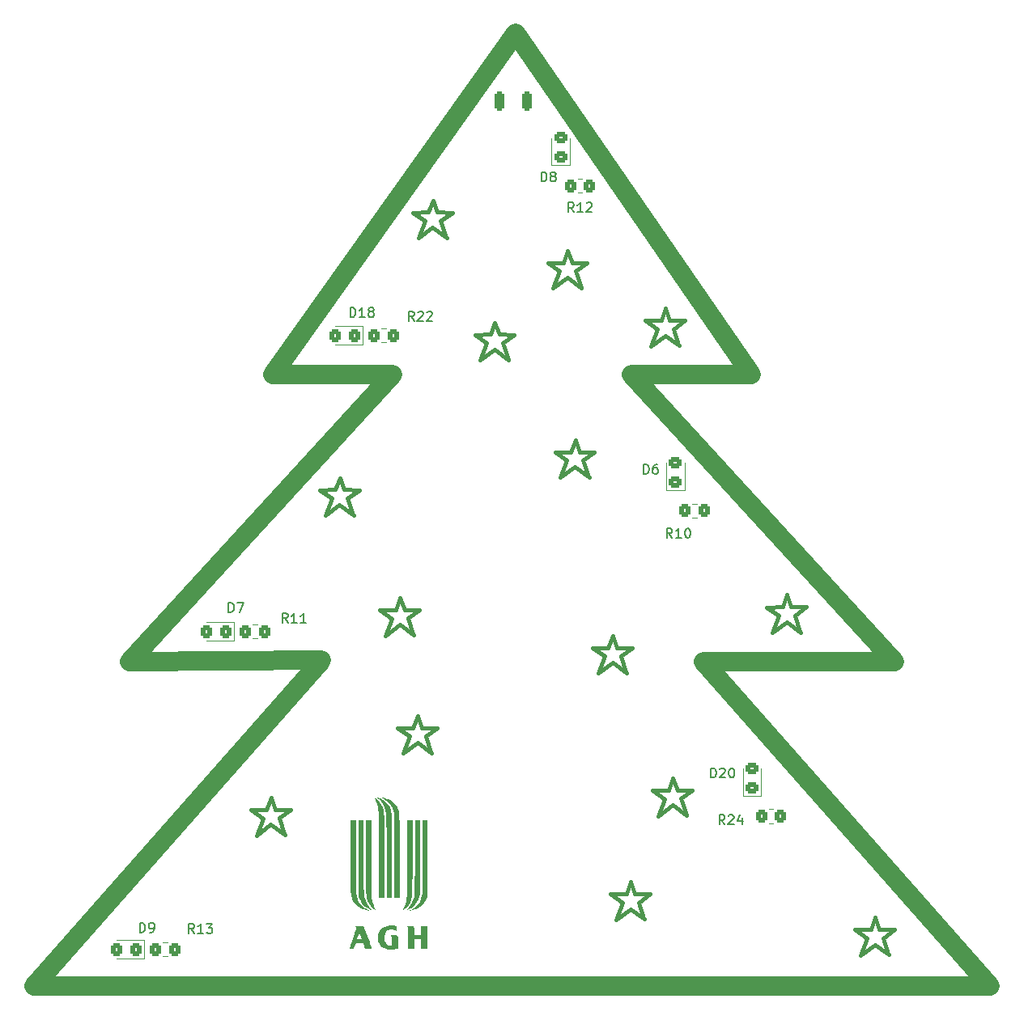
<source format=gto>
G04 #@! TF.GenerationSoftware,KiCad,Pcbnew,7.0.8*
G04 #@! TF.CreationDate,2024-10-12T14:27:05+02:00*
G04 #@! TF.ProjectId,PCB_Christmas_Tree,5043425f-4368-4726-9973-746d61735f54,rev?*
G04 #@! TF.SameCoordinates,Original*
G04 #@! TF.FileFunction,Legend,Top*
G04 #@! TF.FilePolarity,Positive*
%FSLAX46Y46*%
G04 Gerber Fmt 4.6, Leading zero omitted, Abs format (unit mm)*
G04 Created by KiCad (PCBNEW 7.0.8) date 2024-10-12 14:27:05*
%MOMM*%
%LPD*%
G01*
G04 APERTURE LIST*
G04 Aperture macros list*
%AMRoundRect*
0 Rectangle with rounded corners*
0 $1 Rounding radius*
0 $2 $3 $4 $5 $6 $7 $8 $9 X,Y pos of 4 corners*
0 Add a 4 corners polygon primitive as box body*
4,1,4,$2,$3,$4,$5,$6,$7,$8,$9,$2,$3,0*
0 Add four circle primitives for the rounded corners*
1,1,$1+$1,$2,$3*
1,1,$1+$1,$4,$5*
1,1,$1+$1,$6,$7*
1,1,$1+$1,$8,$9*
0 Add four rect primitives between the rounded corners*
20,1,$1+$1,$2,$3,$4,$5,0*
20,1,$1+$1,$4,$5,$6,$7,0*
20,1,$1+$1,$6,$7,$8,$9,0*
20,1,$1+$1,$8,$9,$2,$3,0*%
G04 Aperture macros list end*
%ADD10C,0.400000*%
%ADD11C,2.000000*%
%ADD12C,0.150000*%
%ADD13C,0.120000*%
%ADD14R,3.000000X2.000000*%
%ADD15RoundRect,0.250000X0.325000X0.450000X-0.325000X0.450000X-0.325000X-0.450000X0.325000X-0.450000X0*%
%ADD16RoundRect,0.250000X-0.350000X-0.450000X0.350000X-0.450000X0.350000X0.450000X-0.350000X0.450000X0*%
%ADD17RoundRect,0.250000X-0.250000X-0.750000X0.250000X-0.750000X0.250000X0.750000X-0.250000X0.750000X0*%
%ADD18RoundRect,0.250000X0.450000X-0.325000X0.450000X0.325000X-0.450000X0.325000X-0.450000X-0.325000X0*%
G04 APERTURE END LIST*
D10*
X123363000Y-102208000D02*
X125013000Y-102188000D01*
D11*
X116723000Y-107878000D02*
X146723000Y-141878000D01*
D10*
X126293000Y-103088000D02*
X126843000Y-104748000D01*
X126293000Y-103088000D02*
X127493000Y-102198000D01*
X104153000Y-86858000D02*
X105353000Y-85968000D01*
X113563000Y-120098000D02*
X114013000Y-121358000D01*
X109136000Y-130966000D02*
X108676000Y-132226000D01*
X132583000Y-135968000D02*
X134233000Y-135948000D01*
X95763000Y-74558000D02*
X96313000Y-76218000D01*
X103303000Y-87518000D02*
X104773000Y-88598000D01*
X89263000Y-61778000D02*
X90463000Y-60888000D01*
X72343000Y-124288000D02*
X72893000Y-125948000D01*
X85023000Y-101218000D02*
X84563000Y-102478000D01*
X102563000Y-64878000D02*
X102103000Y-66138000D01*
D11*
X71723000Y-77878000D02*
X84223000Y-77878000D01*
D10*
X115583000Y-121368000D02*
X114013000Y-121358000D01*
X111453000Y-121378000D02*
X112703000Y-122268000D01*
X94943000Y-72398000D02*
X94483000Y-73658000D01*
D12*
X97658000Y-43532000D02*
X95880000Y-43532000D01*
D10*
X113583000Y-73098000D02*
X114133000Y-74758000D01*
X87043000Y-102488000D02*
X85473000Y-102478000D01*
X92833000Y-73678000D02*
X94483000Y-73658000D01*
X87673000Y-115728000D02*
X88873000Y-114838000D01*
X85843000Y-103378000D02*
X87043000Y-102488000D01*
X86333000Y-60898000D02*
X87983000Y-60878000D01*
X69413000Y-123408000D02*
X70663000Y-124298000D01*
X102473000Y-86868000D02*
X101793000Y-88648000D01*
X85843000Y-103378000D02*
X86393000Y-105038000D01*
X88413000Y-62438000D02*
X89883000Y-63518000D01*
X112763000Y-70938000D02*
X112303000Y-72198000D01*
X134663000Y-137508000D02*
X133153000Y-138638000D01*
X84993000Y-104038000D02*
X83483000Y-105168000D01*
D11*
X146723000Y-141878000D02*
X46723000Y-141878000D01*
D10*
X111156000Y-132236000D02*
X109586000Y-132226000D01*
X79533000Y-90818000D02*
X80733000Y-89928000D01*
X88443000Y-59618000D02*
X87983000Y-60878000D01*
X84163000Y-103388000D02*
X83483000Y-105168000D01*
X107223000Y-107998000D02*
X108693000Y-109078000D01*
X94913000Y-75218000D02*
X96383000Y-76298000D01*
X105143000Y-106458000D02*
X106393000Y-107348000D01*
X109956000Y-133126000D02*
X111156000Y-132236000D01*
X103383000Y-67038000D02*
X104583000Y-66148000D01*
X134693000Y-134688000D02*
X134233000Y-135948000D01*
X88873000Y-114838000D02*
X87303000Y-114828000D01*
X112733000Y-73758000D02*
X114203000Y-74838000D01*
X86823000Y-116388000D02*
X88293000Y-117468000D01*
X114783000Y-72208000D02*
X113213000Y-72198000D01*
X127493000Y-102198000D02*
X125923000Y-102188000D01*
X71493000Y-124948000D02*
X72963000Y-126028000D01*
X96963000Y-73668000D02*
X95393000Y-73658000D01*
X94943000Y-72398000D02*
X95393000Y-73658000D01*
X88413000Y-62438000D02*
X86903000Y-63568000D01*
X87583000Y-61788000D02*
X86903000Y-63568000D01*
X124613000Y-103098000D02*
X123933000Y-104878000D01*
X106393000Y-107348000D02*
X105713000Y-109128000D01*
X108073000Y-107338000D02*
X108623000Y-108998000D01*
X82913000Y-102498000D02*
X84563000Y-102478000D01*
X100453000Y-66158000D02*
X102103000Y-66138000D01*
X104583000Y-66148000D02*
X103013000Y-66138000D01*
X78713000Y-88658000D02*
X78253000Y-89918000D01*
X84993000Y-104038000D02*
X86463000Y-105118000D01*
X78683000Y-91478000D02*
X80153000Y-92558000D01*
X85993000Y-115738000D02*
X85313000Y-117518000D01*
X112703000Y-122268000D02*
X112023000Y-124048000D01*
X104153000Y-86858000D02*
X104703000Y-88518000D01*
X113583000Y-73098000D02*
X114783000Y-72208000D01*
X72343000Y-124288000D02*
X73543000Y-123398000D01*
X76603000Y-89938000D02*
X78253000Y-89918000D01*
X101223000Y-85978000D02*
X102473000Y-86868000D01*
X94083000Y-74568000D02*
X93403000Y-76348000D01*
X114383000Y-122258000D02*
X114933000Y-123918000D01*
X89263000Y-61778000D02*
X89813000Y-63438000D01*
X88443000Y-59618000D02*
X88893000Y-60878000D01*
X103333000Y-84698000D02*
X102873000Y-85958000D01*
X113563000Y-120098000D02*
X113103000Y-121358000D01*
X132583000Y-135968000D02*
X133833000Y-136858000D01*
X112763000Y-70938000D02*
X113213000Y-72198000D01*
X102533000Y-67698000D02*
X104003000Y-68778000D01*
X92833000Y-73678000D02*
X94083000Y-74568000D01*
X103303000Y-87518000D02*
X101793000Y-88648000D01*
X73543000Y-123398000D02*
X71973000Y-123388000D01*
X134693000Y-134688000D02*
X135143000Y-135948000D01*
X125473000Y-100928000D02*
X125013000Y-102188000D01*
X71523000Y-122128000D02*
X71063000Y-123388000D01*
D11*
X97108000Y-42163000D02*
X121723000Y-77878000D01*
D10*
X84743000Y-114848000D02*
X86393000Y-114828000D01*
X90463000Y-60888000D02*
X88893000Y-60878000D01*
X103383000Y-67038000D02*
X103933000Y-68698000D01*
X94913000Y-75218000D02*
X93403000Y-76348000D01*
X109106000Y-133786000D02*
X110576000Y-134866000D01*
X133833000Y-136858000D02*
X133153000Y-138638000D01*
X108276000Y-133136000D02*
X107596000Y-134916000D01*
X125473000Y-100928000D02*
X125923000Y-102188000D01*
X107223000Y-107998000D02*
X105713000Y-109128000D01*
X112733000Y-73758000D02*
X111223000Y-74888000D01*
D11*
X136723000Y-107878000D02*
X116723000Y-107878000D01*
D10*
X78683000Y-91478000D02*
X77173000Y-92608000D01*
X109273000Y-106448000D02*
X107703000Y-106438000D01*
X109106000Y-133786000D02*
X107596000Y-134916000D01*
X134663000Y-137508000D02*
X136133000Y-138588000D01*
X87673000Y-115728000D02*
X88223000Y-117388000D01*
D11*
X76723000Y-107878000D02*
X46723000Y-141878000D01*
D10*
X135513000Y-136848000D02*
X136713000Y-135958000D01*
X111453000Y-121378000D02*
X113103000Y-121358000D01*
X136713000Y-135958000D02*
X135143000Y-135948000D01*
X86823000Y-116388000D02*
X85313000Y-117518000D01*
X125443000Y-103748000D02*
X126913000Y-104828000D01*
X70663000Y-124298000D02*
X69983000Y-126078000D01*
D11*
X109223000Y-77878000D02*
X136723000Y-107878000D01*
D10*
X109136000Y-130966000D02*
X109586000Y-132226000D01*
X108073000Y-107338000D02*
X109273000Y-106448000D01*
X86853000Y-113568000D02*
X86393000Y-114828000D01*
D11*
X97108000Y-42163000D02*
X71723000Y-77878000D01*
D10*
X107026000Y-132246000D02*
X108676000Y-132226000D01*
X86853000Y-113568000D02*
X87303000Y-114828000D01*
X105143000Y-106458000D02*
X106793000Y-106438000D01*
X110653000Y-72218000D02*
X111903000Y-73108000D01*
X71493000Y-124948000D02*
X69983000Y-126078000D01*
X101223000Y-85978000D02*
X102873000Y-85958000D01*
X76603000Y-89938000D02*
X77853000Y-90828000D01*
X69413000Y-123408000D02*
X71063000Y-123388000D01*
X86333000Y-60898000D02*
X87583000Y-61788000D01*
D11*
X84223000Y-77878000D02*
X56723000Y-107878000D01*
D10*
X95763000Y-74558000D02*
X96963000Y-73668000D01*
X85023000Y-101218000D02*
X85473000Y-102478000D01*
X109956000Y-133126000D02*
X110506000Y-134786000D01*
X71523000Y-122128000D02*
X71973000Y-123388000D01*
X102563000Y-64878000D02*
X103013000Y-66138000D01*
X103333000Y-84698000D02*
X103783000Y-85958000D01*
X135513000Y-136848000D02*
X136063000Y-138508000D01*
X102533000Y-67698000D02*
X101023000Y-68828000D01*
X105353000Y-85968000D02*
X103783000Y-85958000D01*
X82913000Y-102498000D02*
X84163000Y-103388000D01*
D11*
X109223000Y-77878000D02*
X121723000Y-77878000D01*
D10*
X111903000Y-73108000D02*
X111223000Y-74888000D01*
X78713000Y-88658000D02*
X79163000Y-89918000D01*
X110653000Y-72218000D02*
X112303000Y-72198000D01*
X125443000Y-103748000D02*
X123933000Y-104878000D01*
X77853000Y-90828000D02*
X77173000Y-92608000D01*
X107253000Y-105178000D02*
X106793000Y-106438000D01*
X79533000Y-90818000D02*
X80083000Y-92478000D01*
X101703000Y-67048000D02*
X101023000Y-68828000D01*
X113533000Y-122918000D02*
X112023000Y-124048000D01*
X107253000Y-105178000D02*
X107703000Y-106438000D01*
X123363000Y-102208000D02*
X124613000Y-103098000D01*
X114383000Y-122258000D02*
X115583000Y-121368000D01*
X113533000Y-122918000D02*
X115003000Y-123998000D01*
D11*
X76743000Y-107758000D02*
X56723000Y-107878000D01*
D10*
X100453000Y-66158000D02*
X101703000Y-67048000D01*
X107026000Y-132246000D02*
X108276000Y-133136000D01*
X80733000Y-89928000D02*
X79163000Y-89918000D01*
X84743000Y-114848000D02*
X85993000Y-115738000D01*
D12*
X57784905Y-136252819D02*
X57784905Y-135252819D01*
X57784905Y-135252819D02*
X58023000Y-135252819D01*
X58023000Y-135252819D02*
X58165857Y-135300438D01*
X58165857Y-135300438D02*
X58261095Y-135395676D01*
X58261095Y-135395676D02*
X58308714Y-135490914D01*
X58308714Y-135490914D02*
X58356333Y-135681390D01*
X58356333Y-135681390D02*
X58356333Y-135824247D01*
X58356333Y-135824247D02*
X58308714Y-136014723D01*
X58308714Y-136014723D02*
X58261095Y-136109961D01*
X58261095Y-136109961D02*
X58165857Y-136205200D01*
X58165857Y-136205200D02*
X58023000Y-136252819D01*
X58023000Y-136252819D02*
X57784905Y-136252819D01*
X58832524Y-136252819D02*
X59023000Y-136252819D01*
X59023000Y-136252819D02*
X59118238Y-136205200D01*
X59118238Y-136205200D02*
X59165857Y-136157580D01*
X59165857Y-136157580D02*
X59261095Y-136014723D01*
X59261095Y-136014723D02*
X59308714Y-135824247D01*
X59308714Y-135824247D02*
X59308714Y-135443295D01*
X59308714Y-135443295D02*
X59261095Y-135348057D01*
X59261095Y-135348057D02*
X59213476Y-135300438D01*
X59213476Y-135300438D02*
X59118238Y-135252819D01*
X59118238Y-135252819D02*
X58927762Y-135252819D01*
X58927762Y-135252819D02*
X58832524Y-135300438D01*
X58832524Y-135300438D02*
X58784905Y-135348057D01*
X58784905Y-135348057D02*
X58737286Y-135443295D01*
X58737286Y-135443295D02*
X58737286Y-135681390D01*
X58737286Y-135681390D02*
X58784905Y-135776628D01*
X58784905Y-135776628D02*
X58832524Y-135824247D01*
X58832524Y-135824247D02*
X58927762Y-135871866D01*
X58927762Y-135871866D02*
X59118238Y-135871866D01*
X59118238Y-135871866D02*
X59213476Y-135824247D01*
X59213476Y-135824247D02*
X59261095Y-135776628D01*
X59261095Y-135776628D02*
X59308714Y-135681390D01*
X103180142Y-60852819D02*
X102846809Y-60376628D01*
X102608714Y-60852819D02*
X102608714Y-59852819D01*
X102608714Y-59852819D02*
X102989666Y-59852819D01*
X102989666Y-59852819D02*
X103084904Y-59900438D01*
X103084904Y-59900438D02*
X103132523Y-59948057D01*
X103132523Y-59948057D02*
X103180142Y-60043295D01*
X103180142Y-60043295D02*
X103180142Y-60186152D01*
X103180142Y-60186152D02*
X103132523Y-60281390D01*
X103132523Y-60281390D02*
X103084904Y-60329009D01*
X103084904Y-60329009D02*
X102989666Y-60376628D01*
X102989666Y-60376628D02*
X102608714Y-60376628D01*
X104132523Y-60852819D02*
X103561095Y-60852819D01*
X103846809Y-60852819D02*
X103846809Y-59852819D01*
X103846809Y-59852819D02*
X103751571Y-59995676D01*
X103751571Y-59995676D02*
X103656333Y-60090914D01*
X103656333Y-60090914D02*
X103561095Y-60138533D01*
X104513476Y-59948057D02*
X104561095Y-59900438D01*
X104561095Y-59900438D02*
X104656333Y-59852819D01*
X104656333Y-59852819D02*
X104894428Y-59852819D01*
X104894428Y-59852819D02*
X104989666Y-59900438D01*
X104989666Y-59900438D02*
X105037285Y-59948057D01*
X105037285Y-59948057D02*
X105084904Y-60043295D01*
X105084904Y-60043295D02*
X105084904Y-60138533D01*
X105084904Y-60138533D02*
X105037285Y-60281390D01*
X105037285Y-60281390D02*
X104465857Y-60852819D01*
X104465857Y-60852819D02*
X105084904Y-60852819D01*
X117508714Y-120052819D02*
X117508714Y-119052819D01*
X117508714Y-119052819D02*
X117746809Y-119052819D01*
X117746809Y-119052819D02*
X117889666Y-119100438D01*
X117889666Y-119100438D02*
X117984904Y-119195676D01*
X117984904Y-119195676D02*
X118032523Y-119290914D01*
X118032523Y-119290914D02*
X118080142Y-119481390D01*
X118080142Y-119481390D02*
X118080142Y-119624247D01*
X118080142Y-119624247D02*
X118032523Y-119814723D01*
X118032523Y-119814723D02*
X117984904Y-119909961D01*
X117984904Y-119909961D02*
X117889666Y-120005200D01*
X117889666Y-120005200D02*
X117746809Y-120052819D01*
X117746809Y-120052819D02*
X117508714Y-120052819D01*
X118461095Y-119148057D02*
X118508714Y-119100438D01*
X118508714Y-119100438D02*
X118603952Y-119052819D01*
X118603952Y-119052819D02*
X118842047Y-119052819D01*
X118842047Y-119052819D02*
X118937285Y-119100438D01*
X118937285Y-119100438D02*
X118984904Y-119148057D01*
X118984904Y-119148057D02*
X119032523Y-119243295D01*
X119032523Y-119243295D02*
X119032523Y-119338533D01*
X119032523Y-119338533D02*
X118984904Y-119481390D01*
X118984904Y-119481390D02*
X118413476Y-120052819D01*
X118413476Y-120052819D02*
X119032523Y-120052819D01*
X119651571Y-119052819D02*
X119746809Y-119052819D01*
X119746809Y-119052819D02*
X119842047Y-119100438D01*
X119842047Y-119100438D02*
X119889666Y-119148057D01*
X119889666Y-119148057D02*
X119937285Y-119243295D01*
X119937285Y-119243295D02*
X119984904Y-119433771D01*
X119984904Y-119433771D02*
X119984904Y-119671866D01*
X119984904Y-119671866D02*
X119937285Y-119862342D01*
X119937285Y-119862342D02*
X119889666Y-119957580D01*
X119889666Y-119957580D02*
X119842047Y-120005200D01*
X119842047Y-120005200D02*
X119746809Y-120052819D01*
X119746809Y-120052819D02*
X119651571Y-120052819D01*
X119651571Y-120052819D02*
X119556333Y-120005200D01*
X119556333Y-120005200D02*
X119508714Y-119957580D01*
X119508714Y-119957580D02*
X119461095Y-119862342D01*
X119461095Y-119862342D02*
X119413476Y-119671866D01*
X119413476Y-119671866D02*
X119413476Y-119433771D01*
X119413476Y-119433771D02*
X119461095Y-119243295D01*
X119461095Y-119243295D02*
X119508714Y-119148057D01*
X119508714Y-119148057D02*
X119556333Y-119100438D01*
X119556333Y-119100438D02*
X119651571Y-119052819D01*
X110484905Y-88252819D02*
X110484905Y-87252819D01*
X110484905Y-87252819D02*
X110723000Y-87252819D01*
X110723000Y-87252819D02*
X110865857Y-87300438D01*
X110865857Y-87300438D02*
X110961095Y-87395676D01*
X110961095Y-87395676D02*
X111008714Y-87490914D01*
X111008714Y-87490914D02*
X111056333Y-87681390D01*
X111056333Y-87681390D02*
X111056333Y-87824247D01*
X111056333Y-87824247D02*
X111008714Y-88014723D01*
X111008714Y-88014723D02*
X110961095Y-88109961D01*
X110961095Y-88109961D02*
X110865857Y-88205200D01*
X110865857Y-88205200D02*
X110723000Y-88252819D01*
X110723000Y-88252819D02*
X110484905Y-88252819D01*
X111913476Y-87252819D02*
X111723000Y-87252819D01*
X111723000Y-87252819D02*
X111627762Y-87300438D01*
X111627762Y-87300438D02*
X111580143Y-87348057D01*
X111580143Y-87348057D02*
X111484905Y-87490914D01*
X111484905Y-87490914D02*
X111437286Y-87681390D01*
X111437286Y-87681390D02*
X111437286Y-88062342D01*
X111437286Y-88062342D02*
X111484905Y-88157580D01*
X111484905Y-88157580D02*
X111532524Y-88205200D01*
X111532524Y-88205200D02*
X111627762Y-88252819D01*
X111627762Y-88252819D02*
X111818238Y-88252819D01*
X111818238Y-88252819D02*
X111913476Y-88205200D01*
X111913476Y-88205200D02*
X111961095Y-88157580D01*
X111961095Y-88157580D02*
X112008714Y-88062342D01*
X112008714Y-88062342D02*
X112008714Y-87824247D01*
X112008714Y-87824247D02*
X111961095Y-87729009D01*
X111961095Y-87729009D02*
X111913476Y-87681390D01*
X111913476Y-87681390D02*
X111818238Y-87633771D01*
X111818238Y-87633771D02*
X111627762Y-87633771D01*
X111627762Y-87633771D02*
X111532524Y-87681390D01*
X111532524Y-87681390D02*
X111484905Y-87729009D01*
X111484905Y-87729009D02*
X111437286Y-87824247D01*
X118980142Y-124952819D02*
X118646809Y-124476628D01*
X118408714Y-124952819D02*
X118408714Y-123952819D01*
X118408714Y-123952819D02*
X118789666Y-123952819D01*
X118789666Y-123952819D02*
X118884904Y-124000438D01*
X118884904Y-124000438D02*
X118932523Y-124048057D01*
X118932523Y-124048057D02*
X118980142Y-124143295D01*
X118980142Y-124143295D02*
X118980142Y-124286152D01*
X118980142Y-124286152D02*
X118932523Y-124381390D01*
X118932523Y-124381390D02*
X118884904Y-124429009D01*
X118884904Y-124429009D02*
X118789666Y-124476628D01*
X118789666Y-124476628D02*
X118408714Y-124476628D01*
X119361095Y-124048057D02*
X119408714Y-124000438D01*
X119408714Y-124000438D02*
X119503952Y-123952819D01*
X119503952Y-123952819D02*
X119742047Y-123952819D01*
X119742047Y-123952819D02*
X119837285Y-124000438D01*
X119837285Y-124000438D02*
X119884904Y-124048057D01*
X119884904Y-124048057D02*
X119932523Y-124143295D01*
X119932523Y-124143295D02*
X119932523Y-124238533D01*
X119932523Y-124238533D02*
X119884904Y-124381390D01*
X119884904Y-124381390D02*
X119313476Y-124952819D01*
X119313476Y-124952819D02*
X119932523Y-124952819D01*
X120789666Y-124286152D02*
X120789666Y-124952819D01*
X120551571Y-123905200D02*
X120313476Y-124619485D01*
X120313476Y-124619485D02*
X120932523Y-124619485D01*
X67074905Y-102752819D02*
X67074905Y-101752819D01*
X67074905Y-101752819D02*
X67313000Y-101752819D01*
X67313000Y-101752819D02*
X67455857Y-101800438D01*
X67455857Y-101800438D02*
X67551095Y-101895676D01*
X67551095Y-101895676D02*
X67598714Y-101990914D01*
X67598714Y-101990914D02*
X67646333Y-102181390D01*
X67646333Y-102181390D02*
X67646333Y-102324247D01*
X67646333Y-102324247D02*
X67598714Y-102514723D01*
X67598714Y-102514723D02*
X67551095Y-102609961D01*
X67551095Y-102609961D02*
X67455857Y-102705200D01*
X67455857Y-102705200D02*
X67313000Y-102752819D01*
X67313000Y-102752819D02*
X67074905Y-102752819D01*
X67979667Y-101752819D02*
X68646333Y-101752819D01*
X68646333Y-101752819D02*
X68217762Y-102752819D01*
X79808714Y-71852819D02*
X79808714Y-70852819D01*
X79808714Y-70852819D02*
X80046809Y-70852819D01*
X80046809Y-70852819D02*
X80189666Y-70900438D01*
X80189666Y-70900438D02*
X80284904Y-70995676D01*
X80284904Y-70995676D02*
X80332523Y-71090914D01*
X80332523Y-71090914D02*
X80380142Y-71281390D01*
X80380142Y-71281390D02*
X80380142Y-71424247D01*
X80380142Y-71424247D02*
X80332523Y-71614723D01*
X80332523Y-71614723D02*
X80284904Y-71709961D01*
X80284904Y-71709961D02*
X80189666Y-71805200D01*
X80189666Y-71805200D02*
X80046809Y-71852819D01*
X80046809Y-71852819D02*
X79808714Y-71852819D01*
X81332523Y-71852819D02*
X80761095Y-71852819D01*
X81046809Y-71852819D02*
X81046809Y-70852819D01*
X81046809Y-70852819D02*
X80951571Y-70995676D01*
X80951571Y-70995676D02*
X80856333Y-71090914D01*
X80856333Y-71090914D02*
X80761095Y-71138533D01*
X81903952Y-71281390D02*
X81808714Y-71233771D01*
X81808714Y-71233771D02*
X81761095Y-71186152D01*
X81761095Y-71186152D02*
X81713476Y-71090914D01*
X81713476Y-71090914D02*
X81713476Y-71043295D01*
X81713476Y-71043295D02*
X81761095Y-70948057D01*
X81761095Y-70948057D02*
X81808714Y-70900438D01*
X81808714Y-70900438D02*
X81903952Y-70852819D01*
X81903952Y-70852819D02*
X82094428Y-70852819D01*
X82094428Y-70852819D02*
X82189666Y-70900438D01*
X82189666Y-70900438D02*
X82237285Y-70948057D01*
X82237285Y-70948057D02*
X82284904Y-71043295D01*
X82284904Y-71043295D02*
X82284904Y-71090914D01*
X82284904Y-71090914D02*
X82237285Y-71186152D01*
X82237285Y-71186152D02*
X82189666Y-71233771D01*
X82189666Y-71233771D02*
X82094428Y-71281390D01*
X82094428Y-71281390D02*
X81903952Y-71281390D01*
X81903952Y-71281390D02*
X81808714Y-71329009D01*
X81808714Y-71329009D02*
X81761095Y-71376628D01*
X81761095Y-71376628D02*
X81713476Y-71471866D01*
X81713476Y-71471866D02*
X81713476Y-71662342D01*
X81713476Y-71662342D02*
X81761095Y-71757580D01*
X81761095Y-71757580D02*
X81808714Y-71805200D01*
X81808714Y-71805200D02*
X81903952Y-71852819D01*
X81903952Y-71852819D02*
X82094428Y-71852819D01*
X82094428Y-71852819D02*
X82189666Y-71805200D01*
X82189666Y-71805200D02*
X82237285Y-71757580D01*
X82237285Y-71757580D02*
X82284904Y-71662342D01*
X82284904Y-71662342D02*
X82284904Y-71471866D01*
X82284904Y-71471866D02*
X82237285Y-71376628D01*
X82237285Y-71376628D02*
X82189666Y-71329009D01*
X82189666Y-71329009D02*
X82094428Y-71281390D01*
X113480142Y-94952819D02*
X113146809Y-94476628D01*
X112908714Y-94952819D02*
X112908714Y-93952819D01*
X112908714Y-93952819D02*
X113289666Y-93952819D01*
X113289666Y-93952819D02*
X113384904Y-94000438D01*
X113384904Y-94000438D02*
X113432523Y-94048057D01*
X113432523Y-94048057D02*
X113480142Y-94143295D01*
X113480142Y-94143295D02*
X113480142Y-94286152D01*
X113480142Y-94286152D02*
X113432523Y-94381390D01*
X113432523Y-94381390D02*
X113384904Y-94429009D01*
X113384904Y-94429009D02*
X113289666Y-94476628D01*
X113289666Y-94476628D02*
X112908714Y-94476628D01*
X114432523Y-94952819D02*
X113861095Y-94952819D01*
X114146809Y-94952819D02*
X114146809Y-93952819D01*
X114146809Y-93952819D02*
X114051571Y-94095676D01*
X114051571Y-94095676D02*
X113956333Y-94190914D01*
X113956333Y-94190914D02*
X113861095Y-94238533D01*
X115051571Y-93952819D02*
X115146809Y-93952819D01*
X115146809Y-93952819D02*
X115242047Y-94000438D01*
X115242047Y-94000438D02*
X115289666Y-94048057D01*
X115289666Y-94048057D02*
X115337285Y-94143295D01*
X115337285Y-94143295D02*
X115384904Y-94333771D01*
X115384904Y-94333771D02*
X115384904Y-94571866D01*
X115384904Y-94571866D02*
X115337285Y-94762342D01*
X115337285Y-94762342D02*
X115289666Y-94857580D01*
X115289666Y-94857580D02*
X115242047Y-94905200D01*
X115242047Y-94905200D02*
X115146809Y-94952819D01*
X115146809Y-94952819D02*
X115051571Y-94952819D01*
X115051571Y-94952819D02*
X114956333Y-94905200D01*
X114956333Y-94905200D02*
X114908714Y-94857580D01*
X114908714Y-94857580D02*
X114861095Y-94762342D01*
X114861095Y-94762342D02*
X114813476Y-94571866D01*
X114813476Y-94571866D02*
X114813476Y-94333771D01*
X114813476Y-94333771D02*
X114861095Y-94143295D01*
X114861095Y-94143295D02*
X114908714Y-94048057D01*
X114908714Y-94048057D02*
X114956333Y-94000438D01*
X114956333Y-94000438D02*
X115051571Y-93952819D01*
X63480142Y-136352819D02*
X63146809Y-135876628D01*
X62908714Y-136352819D02*
X62908714Y-135352819D01*
X62908714Y-135352819D02*
X63289666Y-135352819D01*
X63289666Y-135352819D02*
X63384904Y-135400438D01*
X63384904Y-135400438D02*
X63432523Y-135448057D01*
X63432523Y-135448057D02*
X63480142Y-135543295D01*
X63480142Y-135543295D02*
X63480142Y-135686152D01*
X63480142Y-135686152D02*
X63432523Y-135781390D01*
X63432523Y-135781390D02*
X63384904Y-135829009D01*
X63384904Y-135829009D02*
X63289666Y-135876628D01*
X63289666Y-135876628D02*
X62908714Y-135876628D01*
X64432523Y-136352819D02*
X63861095Y-136352819D01*
X64146809Y-136352819D02*
X64146809Y-135352819D01*
X64146809Y-135352819D02*
X64051571Y-135495676D01*
X64051571Y-135495676D02*
X63956333Y-135590914D01*
X63956333Y-135590914D02*
X63861095Y-135638533D01*
X64765857Y-135352819D02*
X65384904Y-135352819D01*
X65384904Y-135352819D02*
X65051571Y-135733771D01*
X65051571Y-135733771D02*
X65194428Y-135733771D01*
X65194428Y-135733771D02*
X65289666Y-135781390D01*
X65289666Y-135781390D02*
X65337285Y-135829009D01*
X65337285Y-135829009D02*
X65384904Y-135924247D01*
X65384904Y-135924247D02*
X65384904Y-136162342D01*
X65384904Y-136162342D02*
X65337285Y-136257580D01*
X65337285Y-136257580D02*
X65289666Y-136305200D01*
X65289666Y-136305200D02*
X65194428Y-136352819D01*
X65194428Y-136352819D02*
X64908714Y-136352819D01*
X64908714Y-136352819D02*
X64813476Y-136305200D01*
X64813476Y-136305200D02*
X64765857Y-136257580D01*
X86480142Y-72252819D02*
X86146809Y-71776628D01*
X85908714Y-72252819D02*
X85908714Y-71252819D01*
X85908714Y-71252819D02*
X86289666Y-71252819D01*
X86289666Y-71252819D02*
X86384904Y-71300438D01*
X86384904Y-71300438D02*
X86432523Y-71348057D01*
X86432523Y-71348057D02*
X86480142Y-71443295D01*
X86480142Y-71443295D02*
X86480142Y-71586152D01*
X86480142Y-71586152D02*
X86432523Y-71681390D01*
X86432523Y-71681390D02*
X86384904Y-71729009D01*
X86384904Y-71729009D02*
X86289666Y-71776628D01*
X86289666Y-71776628D02*
X85908714Y-71776628D01*
X86861095Y-71348057D02*
X86908714Y-71300438D01*
X86908714Y-71300438D02*
X87003952Y-71252819D01*
X87003952Y-71252819D02*
X87242047Y-71252819D01*
X87242047Y-71252819D02*
X87337285Y-71300438D01*
X87337285Y-71300438D02*
X87384904Y-71348057D01*
X87384904Y-71348057D02*
X87432523Y-71443295D01*
X87432523Y-71443295D02*
X87432523Y-71538533D01*
X87432523Y-71538533D02*
X87384904Y-71681390D01*
X87384904Y-71681390D02*
X86813476Y-72252819D01*
X86813476Y-72252819D02*
X87432523Y-72252819D01*
X87813476Y-71348057D02*
X87861095Y-71300438D01*
X87861095Y-71300438D02*
X87956333Y-71252819D01*
X87956333Y-71252819D02*
X88194428Y-71252819D01*
X88194428Y-71252819D02*
X88289666Y-71300438D01*
X88289666Y-71300438D02*
X88337285Y-71348057D01*
X88337285Y-71348057D02*
X88384904Y-71443295D01*
X88384904Y-71443295D02*
X88384904Y-71538533D01*
X88384904Y-71538533D02*
X88337285Y-71681390D01*
X88337285Y-71681390D02*
X87765857Y-72252819D01*
X87765857Y-72252819D02*
X88384904Y-72252819D01*
X73280142Y-103852819D02*
X72946809Y-103376628D01*
X72708714Y-103852819D02*
X72708714Y-102852819D01*
X72708714Y-102852819D02*
X73089666Y-102852819D01*
X73089666Y-102852819D02*
X73184904Y-102900438D01*
X73184904Y-102900438D02*
X73232523Y-102948057D01*
X73232523Y-102948057D02*
X73280142Y-103043295D01*
X73280142Y-103043295D02*
X73280142Y-103186152D01*
X73280142Y-103186152D02*
X73232523Y-103281390D01*
X73232523Y-103281390D02*
X73184904Y-103329009D01*
X73184904Y-103329009D02*
X73089666Y-103376628D01*
X73089666Y-103376628D02*
X72708714Y-103376628D01*
X74232523Y-103852819D02*
X73661095Y-103852819D01*
X73946809Y-103852819D02*
X73946809Y-102852819D01*
X73946809Y-102852819D02*
X73851571Y-102995676D01*
X73851571Y-102995676D02*
X73756333Y-103090914D01*
X73756333Y-103090914D02*
X73661095Y-103138533D01*
X75184904Y-103852819D02*
X74613476Y-103852819D01*
X74899190Y-103852819D02*
X74899190Y-102852819D01*
X74899190Y-102852819D02*
X74803952Y-102995676D01*
X74803952Y-102995676D02*
X74708714Y-103090914D01*
X74708714Y-103090914D02*
X74613476Y-103138533D01*
X99784905Y-57652819D02*
X99784905Y-56652819D01*
X99784905Y-56652819D02*
X100023000Y-56652819D01*
X100023000Y-56652819D02*
X100165857Y-56700438D01*
X100165857Y-56700438D02*
X100261095Y-56795676D01*
X100261095Y-56795676D02*
X100308714Y-56890914D01*
X100308714Y-56890914D02*
X100356333Y-57081390D01*
X100356333Y-57081390D02*
X100356333Y-57224247D01*
X100356333Y-57224247D02*
X100308714Y-57414723D01*
X100308714Y-57414723D02*
X100261095Y-57509961D01*
X100261095Y-57509961D02*
X100165857Y-57605200D01*
X100165857Y-57605200D02*
X100023000Y-57652819D01*
X100023000Y-57652819D02*
X99784905Y-57652819D01*
X100927762Y-57081390D02*
X100832524Y-57033771D01*
X100832524Y-57033771D02*
X100784905Y-56986152D01*
X100784905Y-56986152D02*
X100737286Y-56890914D01*
X100737286Y-56890914D02*
X100737286Y-56843295D01*
X100737286Y-56843295D02*
X100784905Y-56748057D01*
X100784905Y-56748057D02*
X100832524Y-56700438D01*
X100832524Y-56700438D02*
X100927762Y-56652819D01*
X100927762Y-56652819D02*
X101118238Y-56652819D01*
X101118238Y-56652819D02*
X101213476Y-56700438D01*
X101213476Y-56700438D02*
X101261095Y-56748057D01*
X101261095Y-56748057D02*
X101308714Y-56843295D01*
X101308714Y-56843295D02*
X101308714Y-56890914D01*
X101308714Y-56890914D02*
X101261095Y-56986152D01*
X101261095Y-56986152D02*
X101213476Y-57033771D01*
X101213476Y-57033771D02*
X101118238Y-57081390D01*
X101118238Y-57081390D02*
X100927762Y-57081390D01*
X100927762Y-57081390D02*
X100832524Y-57129009D01*
X100832524Y-57129009D02*
X100784905Y-57176628D01*
X100784905Y-57176628D02*
X100737286Y-57271866D01*
X100737286Y-57271866D02*
X100737286Y-57462342D01*
X100737286Y-57462342D02*
X100784905Y-57557580D01*
X100784905Y-57557580D02*
X100832524Y-57605200D01*
X100832524Y-57605200D02*
X100927762Y-57652819D01*
X100927762Y-57652819D02*
X101118238Y-57652819D01*
X101118238Y-57652819D02*
X101213476Y-57605200D01*
X101213476Y-57605200D02*
X101261095Y-57557580D01*
X101261095Y-57557580D02*
X101308714Y-57462342D01*
X101308714Y-57462342D02*
X101308714Y-57271866D01*
X101308714Y-57271866D02*
X101261095Y-57176628D01*
X101261095Y-57176628D02*
X101213476Y-57129009D01*
X101213476Y-57129009D02*
X101118238Y-57081390D01*
D13*
X58243000Y-138980000D02*
X58243000Y-137060000D01*
X58243000Y-137060000D02*
X55383000Y-137060000D01*
X55383000Y-138980000D02*
X58243000Y-138980000D01*
X103595936Y-57363000D02*
X104050064Y-57363000D01*
X103595936Y-58833000D02*
X104050064Y-58833000D01*
X120863000Y-121983000D02*
X122783000Y-121983000D01*
X122783000Y-121983000D02*
X122783000Y-119123000D01*
X120863000Y-119123000D02*
X120863000Y-121983000D01*
X112863000Y-89958000D02*
X114783000Y-89958000D01*
X114783000Y-89958000D02*
X114783000Y-87098000D01*
X112863000Y-87098000D02*
X112863000Y-89958000D01*
X123595936Y-123363000D02*
X124050064Y-123363000D01*
X123595936Y-124833000D02*
X124050064Y-124833000D01*
X67632000Y-105706000D02*
X67632000Y-103786000D01*
X67632000Y-103786000D02*
X64772000Y-103786000D01*
X64772000Y-105706000D02*
X67632000Y-105706000D01*
X81094000Y-74718000D02*
X81094000Y-72798000D01*
X81094000Y-72798000D02*
X78234000Y-72798000D01*
X78234000Y-74718000D02*
X81094000Y-74718000D01*
X115595936Y-91363000D02*
X116050064Y-91363000D01*
X115595936Y-92833000D02*
X116050064Y-92833000D01*
X60219936Y-137285000D02*
X60674064Y-137285000D01*
X60219936Y-138755000D02*
X60674064Y-138755000D01*
X83079936Y-73023000D02*
X83534064Y-73023000D01*
X83079936Y-74493000D02*
X83534064Y-74493000D01*
X69608936Y-104011000D02*
X70063064Y-104011000D01*
X69608936Y-105481000D02*
X70063064Y-105481000D01*
G36*
X86196657Y-135563458D02*
G01*
X86321444Y-135577913D01*
X86411933Y-135609903D01*
X86473566Y-135665893D01*
X86511780Y-135752345D01*
X86532018Y-135875722D01*
X86539719Y-136042488D01*
X86540584Y-136164142D01*
X86540584Y-136528720D01*
X86890373Y-136528720D01*
X87240161Y-136528720D01*
X87240161Y-136044398D01*
X87240161Y-135560076D01*
X87576495Y-135560076D01*
X87912830Y-135560076D01*
X87912830Y-136770881D01*
X87912830Y-137981686D01*
X87576495Y-137981686D01*
X87240161Y-137981686D01*
X87240161Y-137483911D01*
X87240161Y-136986135D01*
X86890373Y-136986135D01*
X86540584Y-136986135D01*
X86540584Y-137483911D01*
X86540584Y-137981686D01*
X86205089Y-137981686D01*
X85869593Y-137981686D01*
X85862027Y-136840292D01*
X85854462Y-135698897D01*
X85789231Y-135629486D01*
X85724001Y-135560076D01*
X86032132Y-135560076D01*
X86196657Y-135563458D01*
G37*
G36*
X81213042Y-128210733D02*
G01*
X81213099Y-128756639D01*
X81213316Y-129251562D01*
X81213764Y-129698333D01*
X81214513Y-130099784D01*
X81215633Y-130458746D01*
X81217195Y-130778048D01*
X81219269Y-131060523D01*
X81221926Y-131309001D01*
X81225236Y-131526314D01*
X81229269Y-131715291D01*
X81234095Y-131878765D01*
X81239786Y-132019565D01*
X81246410Y-132140524D01*
X81254040Y-132244471D01*
X81262744Y-132334239D01*
X81272594Y-132412657D01*
X81283659Y-132482557D01*
X81296011Y-132546770D01*
X81309719Y-132608126D01*
X81323749Y-132665114D01*
X81432750Y-132988679D01*
X81587830Y-133287465D01*
X81785973Y-133556973D01*
X82024159Y-133792698D01*
X82141326Y-133884889D01*
X82187261Y-133924488D01*
X82185847Y-133940895D01*
X82138247Y-133934210D01*
X82045623Y-133904531D01*
X81950923Y-133868670D01*
X81728649Y-133770559D01*
X81541095Y-133662107D01*
X81369206Y-133530883D01*
X81222375Y-133393346D01*
X81044761Y-133189934D01*
X80905564Y-132971480D01*
X80798332Y-132725997D01*
X80721713Y-132463252D01*
X80661453Y-132210182D01*
X80661453Y-128375966D01*
X80661453Y-124541750D01*
X80937248Y-124534082D01*
X81213042Y-124526414D01*
X81213042Y-128210733D01*
G37*
G36*
X86843286Y-124534082D02*
G01*
X87119080Y-124541750D01*
X87126729Y-128147258D01*
X87127807Y-128694494D01*
X87128569Y-129190724D01*
X87128957Y-129638754D01*
X87128913Y-130041389D01*
X87128379Y-130401437D01*
X87127298Y-130721704D01*
X87125610Y-131004995D01*
X87123258Y-131254118D01*
X87120185Y-131471879D01*
X87116332Y-131661083D01*
X87111641Y-131824538D01*
X87106054Y-131965050D01*
X87099514Y-132085424D01*
X87091962Y-132188467D01*
X87083341Y-132276986D01*
X87073592Y-132353787D01*
X87062658Y-132421677D01*
X87050480Y-132483460D01*
X87037001Y-132541945D01*
X87035877Y-132546516D01*
X86941754Y-132824618D01*
X86803211Y-133088261D01*
X86627055Y-133327639D01*
X86420092Y-133532948D01*
X86276262Y-133640843D01*
X86165810Y-133706928D01*
X86032077Y-133776268D01*
X85891500Y-133841340D01*
X85760519Y-133894621D01*
X85655572Y-133928588D01*
X85639207Y-133932390D01*
X85558487Y-133949336D01*
X85639207Y-133887575D01*
X85891610Y-133667943D01*
X86100049Y-133427184D01*
X86266814Y-133160935D01*
X86394196Y-132864836D01*
X86484486Y-132534523D01*
X86539161Y-132173697D01*
X86543699Y-132100476D01*
X86547862Y-131974312D01*
X86551642Y-131796074D01*
X86555035Y-131566632D01*
X86558033Y-131286855D01*
X86560632Y-130957613D01*
X86562823Y-130579775D01*
X86564602Y-130154210D01*
X86565961Y-129681788D01*
X86566896Y-129163379D01*
X86567399Y-128599850D01*
X86567491Y-128210733D01*
X86567491Y-124526414D01*
X86843286Y-124534082D01*
G37*
G36*
X82028968Y-128489392D02*
G01*
X82030913Y-129113880D01*
X82033067Y-129685216D01*
X82035437Y-130204058D01*
X82038031Y-130671068D01*
X82040854Y-131086906D01*
X82043914Y-131452231D01*
X82047215Y-131767704D01*
X82050766Y-132033985D01*
X82054573Y-132251734D01*
X82058642Y-132421611D01*
X82062979Y-132544277D01*
X82067592Y-132620392D01*
X82069922Y-132640690D01*
X82123581Y-132943734D01*
X82182019Y-133199243D01*
X82247264Y-133413424D01*
X82321343Y-133592486D01*
X82406284Y-133742636D01*
X82450098Y-133804408D01*
X82499370Y-133874978D01*
X82526134Y-133925379D01*
X82524748Y-133944932D01*
X82524334Y-133944934D01*
X82486870Y-133930345D01*
X82419485Y-133892642D01*
X82336229Y-133839734D01*
X82329673Y-133835331D01*
X82106877Y-133661056D01*
X81920972Y-133461512D01*
X81768728Y-133231400D01*
X81646915Y-132965421D01*
X81552300Y-132658276D01*
X81517228Y-132502723D01*
X81510508Y-132467296D01*
X81504435Y-132428532D01*
X81498977Y-132383677D01*
X81494101Y-132329981D01*
X81489774Y-132264692D01*
X81485965Y-132185058D01*
X81482640Y-132088328D01*
X81479767Y-131971750D01*
X81477313Y-131832572D01*
X81475246Y-131668043D01*
X81473533Y-131475411D01*
X81472141Y-131251924D01*
X81471038Y-130994831D01*
X81470191Y-130701380D01*
X81469568Y-130368820D01*
X81469136Y-129994398D01*
X81468862Y-129575363D01*
X81468714Y-129108964D01*
X81468660Y-128592448D01*
X81468657Y-128402872D01*
X81468657Y-124541750D01*
X81743211Y-124534095D01*
X82017765Y-124526441D01*
X82028968Y-128489392D01*
G37*
G36*
X82330048Y-122150397D02*
G01*
X82412394Y-122194954D01*
X82489748Y-122242353D01*
X82720938Y-122419852D01*
X82918192Y-122638149D01*
X83080546Y-122895513D01*
X83207036Y-123190213D01*
X83296697Y-123520517D01*
X83335757Y-123761453D01*
X83340213Y-123820811D01*
X83344287Y-123923588D01*
X83347984Y-124070634D01*
X83351312Y-124262799D01*
X83354274Y-124500933D01*
X83356877Y-124785886D01*
X83359126Y-125118508D01*
X83361026Y-125499650D01*
X83362584Y-125930160D01*
X83363804Y-126410889D01*
X83364693Y-126942687D01*
X83365256Y-127526404D01*
X83365498Y-128162889D01*
X83365509Y-128315425D01*
X83365584Y-132627237D01*
X83083882Y-132627237D01*
X82802179Y-132627237D01*
X82792580Y-128086718D01*
X82791351Y-127498543D01*
X82790218Y-126961591D01*
X82789110Y-126473270D01*
X82787956Y-126030990D01*
X82786688Y-125632160D01*
X82785234Y-125274188D01*
X82783524Y-124954485D01*
X82781489Y-124670459D01*
X82779058Y-124419519D01*
X82776161Y-124199074D01*
X82772728Y-124006534D01*
X82768688Y-123839308D01*
X82763973Y-123694804D01*
X82758510Y-123570432D01*
X82752231Y-123463601D01*
X82745064Y-123371720D01*
X82736941Y-123292199D01*
X82727790Y-123222446D01*
X82717542Y-123159870D01*
X82706127Y-123101881D01*
X82693474Y-123045887D01*
X82679513Y-122989299D01*
X82664174Y-122929524D01*
X82651616Y-122880624D01*
X82612431Y-122755639D01*
X82556784Y-122614977D01*
X82491696Y-122473339D01*
X82424186Y-122345423D01*
X82361277Y-122245930D01*
X82330181Y-122207586D01*
X82288126Y-122156535D01*
X82288354Y-122137531D01*
X82330048Y-122150397D01*
G37*
G36*
X82676871Y-122144408D02*
G01*
X82756274Y-122168952D01*
X82860428Y-122208709D01*
X82977827Y-122258886D01*
X83096968Y-122314691D01*
X83206347Y-122371332D01*
X83252145Y-122397493D01*
X83419803Y-122514649D01*
X83586718Y-122662037D01*
X83737082Y-122824026D01*
X83855090Y-122984985D01*
X83868245Y-123006745D01*
X83960359Y-123192371D01*
X84041770Y-123410783D01*
X84105678Y-123641092D01*
X84144367Y-123854921D01*
X84148783Y-123918719D01*
X84152828Y-124036227D01*
X84156503Y-124207341D01*
X84159806Y-124431959D01*
X84162736Y-124709977D01*
X84165294Y-125041293D01*
X84167477Y-125425805D01*
X84169287Y-125863408D01*
X84170722Y-126354000D01*
X84171781Y-126897479D01*
X84172464Y-127493741D01*
X84172770Y-128142683D01*
X84172788Y-128355080D01*
X84172788Y-132627237D01*
X83890267Y-132627237D01*
X83607745Y-132627237D01*
X83606915Y-128315425D01*
X83606644Y-127758577D01*
X83606061Y-127229554D01*
X83605177Y-126730408D01*
X83604004Y-126263191D01*
X83602555Y-125829956D01*
X83600841Y-125432754D01*
X83598875Y-125073639D01*
X83596669Y-124754661D01*
X83594234Y-124477872D01*
X83591585Y-124245326D01*
X83588731Y-124059074D01*
X83585686Y-123921169D01*
X83582461Y-123833661D01*
X83580226Y-123804402D01*
X83511369Y-123443291D01*
X83403235Y-123115131D01*
X83256712Y-122821978D01*
X83072689Y-122565891D01*
X83019739Y-122506628D01*
X82926056Y-122410634D01*
X82831416Y-122320879D01*
X82750409Y-122250919D01*
X82718986Y-122227187D01*
X82660672Y-122181919D01*
X82631897Y-122149504D01*
X82633723Y-122139870D01*
X82676871Y-122144408D01*
G37*
G36*
X86311877Y-128402872D02*
G01*
X86311847Y-128937247D01*
X86311735Y-129420559D01*
X86311508Y-129855561D01*
X86311134Y-130245004D01*
X86310580Y-130591641D01*
X86309814Y-130898222D01*
X86308802Y-131167500D01*
X86307514Y-131402226D01*
X86305914Y-131605151D01*
X86303973Y-131779028D01*
X86301655Y-131926608D01*
X86298930Y-132050642D01*
X86295764Y-132153883D01*
X86292125Y-132239082D01*
X86287980Y-132308990D01*
X86283296Y-132366360D01*
X86278042Y-132413943D01*
X86272184Y-132454490D01*
X86265690Y-132490753D01*
X86263305Y-132502723D01*
X86176099Y-132838299D01*
X86059552Y-133134322D01*
X85914875Y-133388335D01*
X85743276Y-133597880D01*
X85707041Y-133633107D01*
X85625618Y-133703456D01*
X85530320Y-133777114D01*
X85432878Y-133846045D01*
X85345023Y-133902214D01*
X85278484Y-133937586D01*
X85250765Y-133945669D01*
X85251412Y-133926506D01*
X85279689Y-133876225D01*
X85329500Y-133805640D01*
X85330436Y-133804408D01*
X85425021Y-133658531D01*
X85506913Y-133484033D01*
X85578020Y-133275063D01*
X85640247Y-133025773D01*
X85695501Y-132730311D01*
X85709650Y-132640690D01*
X85714601Y-132592688D01*
X85719235Y-132514576D01*
X85723574Y-132404551D01*
X85727636Y-132260810D01*
X85731445Y-132081550D01*
X85735021Y-131864967D01*
X85738385Y-131609258D01*
X85741557Y-131312620D01*
X85744560Y-130973250D01*
X85747413Y-130589345D01*
X85750138Y-130159101D01*
X85752757Y-129680715D01*
X85755290Y-129152384D01*
X85757757Y-128572304D01*
X85758112Y-128483593D01*
X85773741Y-124541750D01*
X86042809Y-124541750D01*
X86311877Y-124541750D01*
X86311877Y-128402872D01*
G37*
G36*
X80406533Y-128179950D02*
G01*
X80406821Y-128673445D01*
X80407482Y-129144969D01*
X80408496Y-129591817D01*
X80409846Y-130011284D01*
X80411514Y-130400665D01*
X80413480Y-130757256D01*
X80415727Y-131078352D01*
X80418235Y-131361247D01*
X80420987Y-131603238D01*
X80423965Y-131801618D01*
X80427148Y-131953684D01*
X80430521Y-132056731D01*
X80433242Y-132101057D01*
X80488087Y-132451700D01*
X80581795Y-132766270D01*
X80715927Y-133047479D01*
X80892043Y-133298042D01*
X81111704Y-133520671D01*
X81355417Y-133704354D01*
X81465567Y-133774465D01*
X81568808Y-133835854D01*
X81651197Y-133880452D01*
X81688526Y-133897188D01*
X81747884Y-133924087D01*
X81777370Y-133948103D01*
X81778084Y-133951074D01*
X81771881Y-133970765D01*
X81771358Y-133970683D01*
X81743879Y-133964527D01*
X81676216Y-133949699D01*
X81580781Y-133928914D01*
X81535923Y-133919175D01*
X81206793Y-133830324D01*
X80919756Y-133714303D01*
X80668601Y-133567661D01*
X80447118Y-133386950D01*
X80303009Y-133234358D01*
X80209531Y-133105688D01*
X80115224Y-132942890D01*
X80029496Y-132764666D01*
X79961754Y-132589720D01*
X79936734Y-132506156D01*
X79923175Y-132450403D01*
X79910918Y-132390009D01*
X79899906Y-132322209D01*
X79890083Y-132244233D01*
X79881391Y-132153315D01*
X79873774Y-132046688D01*
X79867175Y-131921583D01*
X79861538Y-131775234D01*
X79856805Y-131604873D01*
X79852919Y-131407732D01*
X79849824Y-131181044D01*
X79847463Y-130922041D01*
X79845779Y-130627957D01*
X79844716Y-130296024D01*
X79844215Y-129923473D01*
X79844222Y-129507539D01*
X79844678Y-129045452D01*
X79845528Y-128534447D01*
X79846411Y-128106898D01*
X79854250Y-124541750D01*
X80130044Y-124534082D01*
X80405839Y-124526414D01*
X80406533Y-128179950D01*
G37*
G36*
X83189292Y-122145547D02*
G01*
X83328418Y-122169957D01*
X83495742Y-122214295D01*
X83672426Y-122272345D01*
X83839633Y-122337889D01*
X83978525Y-122404709D01*
X83984440Y-122408001D01*
X84227030Y-122563290D01*
X84425598Y-122735345D01*
X84589514Y-122934182D01*
X84728145Y-123169815D01*
X84761257Y-123238457D01*
X84787067Y-123292577D01*
X84810600Y-123340383D01*
X84831965Y-123384443D01*
X84851270Y-123427326D01*
X84868624Y-123471603D01*
X84884136Y-123519841D01*
X84897915Y-123574610D01*
X84910069Y-123638480D01*
X84920708Y-123714019D01*
X84929940Y-123803797D01*
X84937874Y-123910383D01*
X84944619Y-124036346D01*
X84950284Y-124184255D01*
X84954977Y-124356680D01*
X84958807Y-124556189D01*
X84961884Y-124785353D01*
X84964315Y-125046739D01*
X84966210Y-125342918D01*
X84967678Y-125676458D01*
X84968826Y-126049929D01*
X84969766Y-126465900D01*
X84970603Y-126926940D01*
X84971449Y-127435619D01*
X84972411Y-127994504D01*
X84972857Y-128234705D01*
X84981236Y-132627237D01*
X84698092Y-132627237D01*
X84414949Y-132627237D01*
X84414949Y-128351006D01*
X84414765Y-127685919D01*
X84414214Y-127074509D01*
X84413295Y-126516644D01*
X84412006Y-126012187D01*
X84410348Y-125561005D01*
X84408318Y-125162963D01*
X84405917Y-124817927D01*
X84403143Y-124525763D01*
X84399995Y-124286335D01*
X84396473Y-124099510D01*
X84392576Y-123965154D01*
X84388303Y-123883131D01*
X84386402Y-123864300D01*
X84321439Y-123533974D01*
X84220072Y-123240184D01*
X84080053Y-122977883D01*
X83899137Y-122742026D01*
X83875177Y-122715909D01*
X83736007Y-122576864D01*
X83595151Y-122459467D01*
X83436705Y-122351932D01*
X83244766Y-122242475D01*
X83214842Y-122226604D01*
X83029250Y-122128871D01*
X83189292Y-122145547D01*
G37*
G36*
X87906242Y-128423053D02*
G01*
X87905251Y-128967005D01*
X87904432Y-129459898D01*
X87903650Y-129904489D01*
X87902774Y-130303530D01*
X87901672Y-130659776D01*
X87900210Y-130975982D01*
X87898256Y-131254902D01*
X87895679Y-131499290D01*
X87892345Y-131711902D01*
X87888122Y-131895492D01*
X87882878Y-132052814D01*
X87876480Y-132186622D01*
X87868796Y-132299672D01*
X87859693Y-132394717D01*
X87849040Y-132474513D01*
X87836703Y-132541813D01*
X87822550Y-132599372D01*
X87806449Y-132649944D01*
X87788267Y-132696285D01*
X87767872Y-132741148D01*
X87745132Y-132787289D01*
X87719913Y-132837460D01*
X87692085Y-132894418D01*
X87691187Y-132896305D01*
X87549739Y-133133583D01*
X87363359Y-133350574D01*
X87138951Y-133541435D01*
X86883422Y-133700325D01*
X86603678Y-133821402D01*
X86593510Y-133824891D01*
X86485875Y-133858327D01*
X86367569Y-133890030D01*
X86249764Y-133917676D01*
X86143629Y-133938942D01*
X86060335Y-133951504D01*
X86011051Y-133953038D01*
X86002449Y-133947842D01*
X86025039Y-133927575D01*
X86080556Y-133901479D01*
X86092008Y-133897188D01*
X86151946Y-133868836D01*
X86242332Y-133818136D01*
X86349223Y-133753161D01*
X86425117Y-133704354D01*
X86686511Y-133505181D01*
X86902915Y-133280589D01*
X87075889Y-133027864D01*
X87206993Y-132744292D01*
X87297788Y-132427161D01*
X87347291Y-132101057D01*
X87350796Y-132037718D01*
X87354128Y-131923271D01*
X87357266Y-131760422D01*
X87360194Y-131551877D01*
X87362892Y-131300340D01*
X87365343Y-131008519D01*
X87367528Y-130679117D01*
X87369428Y-130314841D01*
X87371024Y-129918397D01*
X87372300Y-129492489D01*
X87373235Y-129039824D01*
X87373812Y-128563107D01*
X87374000Y-128180891D01*
X87374695Y-124528296D01*
X87644291Y-124528296D01*
X87913886Y-124528296D01*
X87906242Y-128423053D01*
G37*
G36*
X80693134Y-135560176D02*
G01*
X80875067Y-135561830D01*
X81012614Y-135571003D01*
X81115190Y-135594184D01*
X81192214Y-135637859D01*
X81253101Y-135708515D01*
X81307268Y-135812640D01*
X81364133Y-135956722D01*
X81396024Y-136044398D01*
X81459374Y-136220638D01*
X81528749Y-136414557D01*
X81601966Y-136619973D01*
X81676846Y-136830706D01*
X81751207Y-137040572D01*
X81822869Y-137243390D01*
X81889651Y-137432978D01*
X81949372Y-137603154D01*
X81999851Y-137747736D01*
X82038907Y-137860543D01*
X82064360Y-137935392D01*
X82074028Y-137966102D01*
X82074059Y-137966400D01*
X82048818Y-137972091D01*
X81979704Y-137975815D01*
X81876630Y-137977311D01*
X81749510Y-137976318D01*
X81719309Y-137975740D01*
X81364559Y-137968233D01*
X81269537Y-137678985D01*
X81174515Y-137389737D01*
X80780521Y-137389737D01*
X80386528Y-137389737D01*
X80294309Y-137678985D01*
X80202089Y-137968233D01*
X79967629Y-137976007D01*
X79857971Y-137976927D01*
X79777340Y-137972213D01*
X79736259Y-137962654D01*
X79733169Y-137958400D01*
X79741568Y-137928178D01*
X79765539Y-137852577D01*
X79803243Y-137737137D01*
X79852842Y-137587398D01*
X79912497Y-137408902D01*
X79980370Y-137207188D01*
X80054621Y-136987797D01*
X80055186Y-136986135D01*
X80517227Y-136986135D01*
X80770961Y-136986135D01*
X80880356Y-136984187D01*
X80966067Y-136978952D01*
X81016366Y-136971347D01*
X81024695Y-136966319D01*
X81016203Y-136926301D01*
X80993340Y-136852400D01*
X80960025Y-136755027D01*
X80920180Y-136644594D01*
X80877723Y-136531515D01*
X80836574Y-136426201D01*
X80800654Y-136339064D01*
X80773881Y-136280516D01*
X80760176Y-136260970D01*
X80759522Y-136261942D01*
X80746664Y-136300593D01*
X80720302Y-136379526D01*
X80684026Y-136487998D01*
X80641428Y-136615266D01*
X80632116Y-136643074D01*
X80517227Y-136986135D01*
X80055186Y-136986135D01*
X80082957Y-136904385D01*
X80159524Y-136677112D01*
X80230302Y-136462945D01*
X80293420Y-136267856D01*
X80347006Y-136097814D01*
X80389187Y-135958790D01*
X80418092Y-135856756D01*
X80431849Y-135797682D01*
X80432745Y-135788809D01*
X80415615Y-135704482D01*
X80376979Y-135630971D01*
X80321213Y-135560076D01*
X80693134Y-135560176D01*
G37*
G36*
X84440680Y-135528077D02*
G01*
X84569663Y-135557959D01*
X84684017Y-135589057D01*
X84684017Y-135845876D01*
X84682072Y-135954581D01*
X84676840Y-136038277D01*
X84669225Y-136085911D01*
X84663837Y-136092560D01*
X84537773Y-136031087D01*
X84441330Y-135990968D01*
X84356999Y-135967581D01*
X84267273Y-135956305D01*
X84154641Y-135952519D01*
X84132428Y-135952291D01*
X83955372Y-135960708D01*
X83815391Y-135992573D01*
X83699079Y-136052688D01*
X83593574Y-136145282D01*
X83519110Y-136231399D01*
X83466920Y-136314896D01*
X83433284Y-136408179D01*
X83414481Y-136523655D01*
X83406789Y-136673729D01*
X83405945Y-136770881D01*
X83407122Y-136918506D01*
X83411805Y-137025468D01*
X83421718Y-137104888D01*
X83438588Y-137169887D01*
X83464139Y-137233586D01*
X83467863Y-137241750D01*
X83567945Y-137411947D01*
X83689488Y-137533140D01*
X83833648Y-137606161D01*
X84001584Y-137631842D01*
X84010483Y-137631898D01*
X84145881Y-137631898D01*
X84145780Y-137181209D01*
X84145147Y-137011928D01*
X84142722Y-136887246D01*
X84137584Y-136797956D01*
X84128814Y-136734851D01*
X84115493Y-136688722D01*
X84096701Y-136650364D01*
X84091967Y-136642423D01*
X84057392Y-136582690D01*
X84039114Y-136545215D01*
X84038254Y-136541523D01*
X84062871Y-136531672D01*
X84128131Y-136526806D01*
X84221148Y-136526385D01*
X84329035Y-136529870D01*
X84438908Y-136536720D01*
X84537879Y-136546397D01*
X84613062Y-136558359D01*
X84642428Y-136566833D01*
X84696585Y-136591552D01*
X84738396Y-136619399D01*
X84769352Y-136657153D01*
X84790945Y-136711593D01*
X84804669Y-136789500D01*
X84812016Y-136897652D01*
X84814477Y-137042829D01*
X84813547Y-137231811D01*
X84812349Y-137338729D01*
X84805097Y-137941326D01*
X84670563Y-137978108D01*
X84562789Y-137998631D01*
X84418641Y-138013681D01*
X84252481Y-138023036D01*
X84078672Y-138026475D01*
X83911578Y-138023775D01*
X83765560Y-138014714D01*
X83654981Y-137999070D01*
X83634652Y-137994130D01*
X83378525Y-137899467D01*
X83159403Y-137768192D01*
X82979608Y-137603249D01*
X82841464Y-137407580D01*
X82747294Y-137184126D01*
X82699420Y-136935830D01*
X82693573Y-136802117D01*
X82714100Y-136539873D01*
X82775507Y-136308433D01*
X82880209Y-136100967D01*
X82995147Y-135949502D01*
X83175251Y-135784438D01*
X83389843Y-135654778D01*
X83631302Y-135562417D01*
X83892008Y-135509250D01*
X84164341Y-135497172D01*
X84440680Y-135528077D01*
G37*
X100863000Y-55958000D02*
X102783000Y-55958000D01*
X102783000Y-55958000D02*
X102783000Y-53098000D01*
X100863000Y-53098000D02*
X100863000Y-55958000D01*
%LPC*%
D14*
X98823000Y-94208000D03*
X98823000Y-97510000D03*
X98823000Y-100812000D03*
X98823000Y-103860000D03*
D15*
X57408000Y-138020000D03*
X55358000Y-138020000D03*
D16*
X102823000Y-58098000D03*
X104823000Y-58098000D03*
D17*
X95372000Y-49247000D03*
D18*
X121823000Y-121148000D03*
X121823000Y-119098000D03*
X113823000Y-89123000D03*
X113823000Y-87073000D03*
D16*
X122823000Y-124098000D03*
X124823000Y-124098000D03*
D15*
X66797000Y-104746000D03*
X64747000Y-104746000D03*
X80259000Y-73758000D03*
X78209000Y-73758000D03*
D16*
X114823000Y-92098000D03*
X116823000Y-92098000D03*
X59447000Y-138020000D03*
X61447000Y-138020000D03*
X82307000Y-73758000D03*
X84307000Y-73758000D03*
X68836000Y-104746000D03*
X70836000Y-104746000D03*
D17*
X98293000Y-49247000D03*
D18*
X101823000Y-55123000D03*
X101823000Y-53073000D03*
%LPD*%
M02*

</source>
